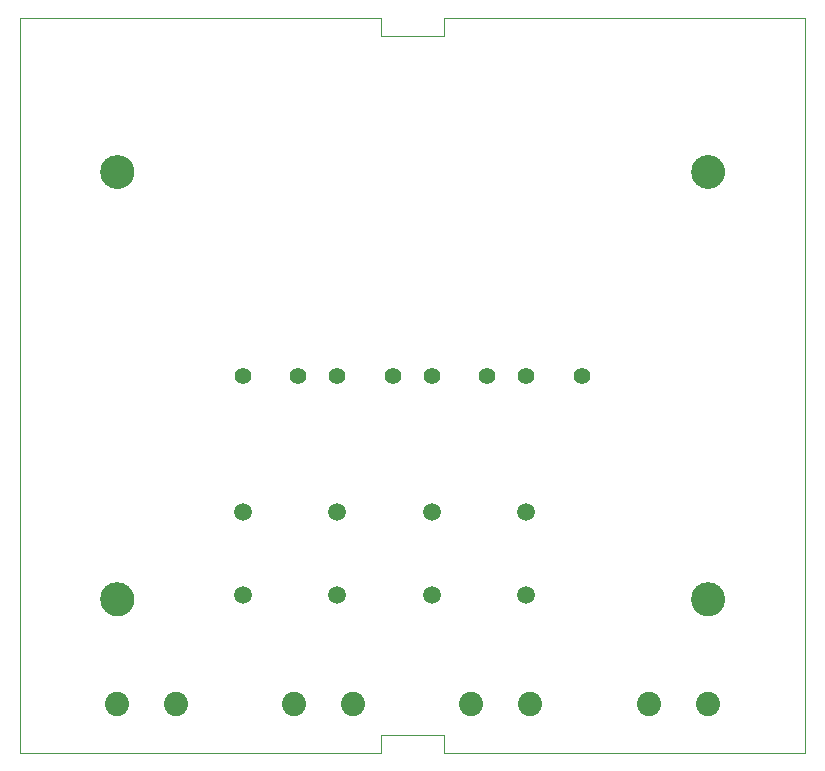
<source format=gts>
G75*
%MOIN*%
%OFA0B0*%
%FSLAX25Y25*%
%IPPOS*%
%LPD*%
%AMOC8*
5,1,8,0,0,1.08239X$1,22.5*
%
%ADD10C,0.00000*%
%ADD11C,0.11227*%
%ADD12C,0.05600*%
%ADD13C,0.05900*%
%ADD14C,0.05943*%
%ADD15C,0.08077*%
D10*
X0001000Y0010394D02*
X0001000Y0255276D01*
X0121472Y0255276D01*
X0121472Y0249370D01*
X0142339Y0249370D01*
X0142339Y0255276D01*
X0262811Y0255276D01*
X0262811Y0010394D01*
X0142339Y0010394D01*
X0142339Y0016299D01*
X0121472Y0016299D01*
X0121472Y0010394D01*
X0001000Y0010394D01*
X0028067Y0061575D02*
X0028069Y0061722D01*
X0028075Y0061868D01*
X0028085Y0062014D01*
X0028099Y0062160D01*
X0028117Y0062306D01*
X0028138Y0062451D01*
X0028164Y0062595D01*
X0028194Y0062739D01*
X0028227Y0062881D01*
X0028264Y0063023D01*
X0028305Y0063164D01*
X0028350Y0063303D01*
X0028399Y0063442D01*
X0028451Y0063579D01*
X0028508Y0063714D01*
X0028567Y0063848D01*
X0028631Y0063980D01*
X0028698Y0064110D01*
X0028768Y0064239D01*
X0028842Y0064366D01*
X0028919Y0064490D01*
X0029000Y0064613D01*
X0029084Y0064733D01*
X0029171Y0064851D01*
X0029261Y0064966D01*
X0029354Y0065079D01*
X0029451Y0065190D01*
X0029550Y0065298D01*
X0029652Y0065403D01*
X0029757Y0065505D01*
X0029865Y0065604D01*
X0029976Y0065701D01*
X0030089Y0065794D01*
X0030204Y0065884D01*
X0030322Y0065971D01*
X0030442Y0066055D01*
X0030565Y0066136D01*
X0030689Y0066213D01*
X0030816Y0066287D01*
X0030945Y0066357D01*
X0031075Y0066424D01*
X0031207Y0066488D01*
X0031341Y0066547D01*
X0031476Y0066604D01*
X0031613Y0066656D01*
X0031752Y0066705D01*
X0031891Y0066750D01*
X0032032Y0066791D01*
X0032174Y0066828D01*
X0032316Y0066861D01*
X0032460Y0066891D01*
X0032604Y0066917D01*
X0032749Y0066938D01*
X0032895Y0066956D01*
X0033041Y0066970D01*
X0033187Y0066980D01*
X0033333Y0066986D01*
X0033480Y0066988D01*
X0033627Y0066986D01*
X0033773Y0066980D01*
X0033919Y0066970D01*
X0034065Y0066956D01*
X0034211Y0066938D01*
X0034356Y0066917D01*
X0034500Y0066891D01*
X0034644Y0066861D01*
X0034786Y0066828D01*
X0034928Y0066791D01*
X0035069Y0066750D01*
X0035208Y0066705D01*
X0035347Y0066656D01*
X0035484Y0066604D01*
X0035619Y0066547D01*
X0035753Y0066488D01*
X0035885Y0066424D01*
X0036015Y0066357D01*
X0036144Y0066287D01*
X0036271Y0066213D01*
X0036395Y0066136D01*
X0036518Y0066055D01*
X0036638Y0065971D01*
X0036756Y0065884D01*
X0036871Y0065794D01*
X0036984Y0065701D01*
X0037095Y0065604D01*
X0037203Y0065505D01*
X0037308Y0065403D01*
X0037410Y0065298D01*
X0037509Y0065190D01*
X0037606Y0065079D01*
X0037699Y0064966D01*
X0037789Y0064851D01*
X0037876Y0064733D01*
X0037960Y0064613D01*
X0038041Y0064490D01*
X0038118Y0064366D01*
X0038192Y0064239D01*
X0038262Y0064110D01*
X0038329Y0063980D01*
X0038393Y0063848D01*
X0038452Y0063714D01*
X0038509Y0063579D01*
X0038561Y0063442D01*
X0038610Y0063303D01*
X0038655Y0063164D01*
X0038696Y0063023D01*
X0038733Y0062881D01*
X0038766Y0062739D01*
X0038796Y0062595D01*
X0038822Y0062451D01*
X0038843Y0062306D01*
X0038861Y0062160D01*
X0038875Y0062014D01*
X0038885Y0061868D01*
X0038891Y0061722D01*
X0038893Y0061575D01*
X0038891Y0061428D01*
X0038885Y0061282D01*
X0038875Y0061136D01*
X0038861Y0060990D01*
X0038843Y0060844D01*
X0038822Y0060699D01*
X0038796Y0060555D01*
X0038766Y0060411D01*
X0038733Y0060269D01*
X0038696Y0060127D01*
X0038655Y0059986D01*
X0038610Y0059847D01*
X0038561Y0059708D01*
X0038509Y0059571D01*
X0038452Y0059436D01*
X0038393Y0059302D01*
X0038329Y0059170D01*
X0038262Y0059040D01*
X0038192Y0058911D01*
X0038118Y0058784D01*
X0038041Y0058660D01*
X0037960Y0058537D01*
X0037876Y0058417D01*
X0037789Y0058299D01*
X0037699Y0058184D01*
X0037606Y0058071D01*
X0037509Y0057960D01*
X0037410Y0057852D01*
X0037308Y0057747D01*
X0037203Y0057645D01*
X0037095Y0057546D01*
X0036984Y0057449D01*
X0036871Y0057356D01*
X0036756Y0057266D01*
X0036638Y0057179D01*
X0036518Y0057095D01*
X0036395Y0057014D01*
X0036271Y0056937D01*
X0036144Y0056863D01*
X0036015Y0056793D01*
X0035885Y0056726D01*
X0035753Y0056662D01*
X0035619Y0056603D01*
X0035484Y0056546D01*
X0035347Y0056494D01*
X0035208Y0056445D01*
X0035069Y0056400D01*
X0034928Y0056359D01*
X0034786Y0056322D01*
X0034644Y0056289D01*
X0034500Y0056259D01*
X0034356Y0056233D01*
X0034211Y0056212D01*
X0034065Y0056194D01*
X0033919Y0056180D01*
X0033773Y0056170D01*
X0033627Y0056164D01*
X0033480Y0056162D01*
X0033333Y0056164D01*
X0033187Y0056170D01*
X0033041Y0056180D01*
X0032895Y0056194D01*
X0032749Y0056212D01*
X0032604Y0056233D01*
X0032460Y0056259D01*
X0032316Y0056289D01*
X0032174Y0056322D01*
X0032032Y0056359D01*
X0031891Y0056400D01*
X0031752Y0056445D01*
X0031613Y0056494D01*
X0031476Y0056546D01*
X0031341Y0056603D01*
X0031207Y0056662D01*
X0031075Y0056726D01*
X0030945Y0056793D01*
X0030816Y0056863D01*
X0030689Y0056937D01*
X0030565Y0057014D01*
X0030442Y0057095D01*
X0030322Y0057179D01*
X0030204Y0057266D01*
X0030089Y0057356D01*
X0029976Y0057449D01*
X0029865Y0057546D01*
X0029757Y0057645D01*
X0029652Y0057747D01*
X0029550Y0057852D01*
X0029451Y0057960D01*
X0029354Y0058071D01*
X0029261Y0058184D01*
X0029171Y0058299D01*
X0029084Y0058417D01*
X0029000Y0058537D01*
X0028919Y0058660D01*
X0028842Y0058784D01*
X0028768Y0058911D01*
X0028698Y0059040D01*
X0028631Y0059170D01*
X0028567Y0059302D01*
X0028508Y0059436D01*
X0028451Y0059571D01*
X0028399Y0059708D01*
X0028350Y0059847D01*
X0028305Y0059986D01*
X0028264Y0060127D01*
X0028227Y0060269D01*
X0028194Y0060411D01*
X0028164Y0060555D01*
X0028138Y0060699D01*
X0028117Y0060844D01*
X0028099Y0060990D01*
X0028085Y0061136D01*
X0028075Y0061282D01*
X0028069Y0061428D01*
X0028067Y0061575D01*
X0028067Y0204094D02*
X0028069Y0204241D01*
X0028075Y0204387D01*
X0028085Y0204533D01*
X0028099Y0204679D01*
X0028117Y0204825D01*
X0028138Y0204970D01*
X0028164Y0205114D01*
X0028194Y0205258D01*
X0028227Y0205400D01*
X0028264Y0205542D01*
X0028305Y0205683D01*
X0028350Y0205822D01*
X0028399Y0205961D01*
X0028451Y0206098D01*
X0028508Y0206233D01*
X0028567Y0206367D01*
X0028631Y0206499D01*
X0028698Y0206629D01*
X0028768Y0206758D01*
X0028842Y0206885D01*
X0028919Y0207009D01*
X0029000Y0207132D01*
X0029084Y0207252D01*
X0029171Y0207370D01*
X0029261Y0207485D01*
X0029354Y0207598D01*
X0029451Y0207709D01*
X0029550Y0207817D01*
X0029652Y0207922D01*
X0029757Y0208024D01*
X0029865Y0208123D01*
X0029976Y0208220D01*
X0030089Y0208313D01*
X0030204Y0208403D01*
X0030322Y0208490D01*
X0030442Y0208574D01*
X0030565Y0208655D01*
X0030689Y0208732D01*
X0030816Y0208806D01*
X0030945Y0208876D01*
X0031075Y0208943D01*
X0031207Y0209007D01*
X0031341Y0209066D01*
X0031476Y0209123D01*
X0031613Y0209175D01*
X0031752Y0209224D01*
X0031891Y0209269D01*
X0032032Y0209310D01*
X0032174Y0209347D01*
X0032316Y0209380D01*
X0032460Y0209410D01*
X0032604Y0209436D01*
X0032749Y0209457D01*
X0032895Y0209475D01*
X0033041Y0209489D01*
X0033187Y0209499D01*
X0033333Y0209505D01*
X0033480Y0209507D01*
X0033627Y0209505D01*
X0033773Y0209499D01*
X0033919Y0209489D01*
X0034065Y0209475D01*
X0034211Y0209457D01*
X0034356Y0209436D01*
X0034500Y0209410D01*
X0034644Y0209380D01*
X0034786Y0209347D01*
X0034928Y0209310D01*
X0035069Y0209269D01*
X0035208Y0209224D01*
X0035347Y0209175D01*
X0035484Y0209123D01*
X0035619Y0209066D01*
X0035753Y0209007D01*
X0035885Y0208943D01*
X0036015Y0208876D01*
X0036144Y0208806D01*
X0036271Y0208732D01*
X0036395Y0208655D01*
X0036518Y0208574D01*
X0036638Y0208490D01*
X0036756Y0208403D01*
X0036871Y0208313D01*
X0036984Y0208220D01*
X0037095Y0208123D01*
X0037203Y0208024D01*
X0037308Y0207922D01*
X0037410Y0207817D01*
X0037509Y0207709D01*
X0037606Y0207598D01*
X0037699Y0207485D01*
X0037789Y0207370D01*
X0037876Y0207252D01*
X0037960Y0207132D01*
X0038041Y0207009D01*
X0038118Y0206885D01*
X0038192Y0206758D01*
X0038262Y0206629D01*
X0038329Y0206499D01*
X0038393Y0206367D01*
X0038452Y0206233D01*
X0038509Y0206098D01*
X0038561Y0205961D01*
X0038610Y0205822D01*
X0038655Y0205683D01*
X0038696Y0205542D01*
X0038733Y0205400D01*
X0038766Y0205258D01*
X0038796Y0205114D01*
X0038822Y0204970D01*
X0038843Y0204825D01*
X0038861Y0204679D01*
X0038875Y0204533D01*
X0038885Y0204387D01*
X0038891Y0204241D01*
X0038893Y0204094D01*
X0038891Y0203947D01*
X0038885Y0203801D01*
X0038875Y0203655D01*
X0038861Y0203509D01*
X0038843Y0203363D01*
X0038822Y0203218D01*
X0038796Y0203074D01*
X0038766Y0202930D01*
X0038733Y0202788D01*
X0038696Y0202646D01*
X0038655Y0202505D01*
X0038610Y0202366D01*
X0038561Y0202227D01*
X0038509Y0202090D01*
X0038452Y0201955D01*
X0038393Y0201821D01*
X0038329Y0201689D01*
X0038262Y0201559D01*
X0038192Y0201430D01*
X0038118Y0201303D01*
X0038041Y0201179D01*
X0037960Y0201056D01*
X0037876Y0200936D01*
X0037789Y0200818D01*
X0037699Y0200703D01*
X0037606Y0200590D01*
X0037509Y0200479D01*
X0037410Y0200371D01*
X0037308Y0200266D01*
X0037203Y0200164D01*
X0037095Y0200065D01*
X0036984Y0199968D01*
X0036871Y0199875D01*
X0036756Y0199785D01*
X0036638Y0199698D01*
X0036518Y0199614D01*
X0036395Y0199533D01*
X0036271Y0199456D01*
X0036144Y0199382D01*
X0036015Y0199312D01*
X0035885Y0199245D01*
X0035753Y0199181D01*
X0035619Y0199122D01*
X0035484Y0199065D01*
X0035347Y0199013D01*
X0035208Y0198964D01*
X0035069Y0198919D01*
X0034928Y0198878D01*
X0034786Y0198841D01*
X0034644Y0198808D01*
X0034500Y0198778D01*
X0034356Y0198752D01*
X0034211Y0198731D01*
X0034065Y0198713D01*
X0033919Y0198699D01*
X0033773Y0198689D01*
X0033627Y0198683D01*
X0033480Y0198681D01*
X0033333Y0198683D01*
X0033187Y0198689D01*
X0033041Y0198699D01*
X0032895Y0198713D01*
X0032749Y0198731D01*
X0032604Y0198752D01*
X0032460Y0198778D01*
X0032316Y0198808D01*
X0032174Y0198841D01*
X0032032Y0198878D01*
X0031891Y0198919D01*
X0031752Y0198964D01*
X0031613Y0199013D01*
X0031476Y0199065D01*
X0031341Y0199122D01*
X0031207Y0199181D01*
X0031075Y0199245D01*
X0030945Y0199312D01*
X0030816Y0199382D01*
X0030689Y0199456D01*
X0030565Y0199533D01*
X0030442Y0199614D01*
X0030322Y0199698D01*
X0030204Y0199785D01*
X0030089Y0199875D01*
X0029976Y0199968D01*
X0029865Y0200065D01*
X0029757Y0200164D01*
X0029652Y0200266D01*
X0029550Y0200371D01*
X0029451Y0200479D01*
X0029354Y0200590D01*
X0029261Y0200703D01*
X0029171Y0200818D01*
X0029084Y0200936D01*
X0029000Y0201056D01*
X0028919Y0201179D01*
X0028842Y0201303D01*
X0028768Y0201430D01*
X0028698Y0201559D01*
X0028631Y0201689D01*
X0028567Y0201821D01*
X0028508Y0201955D01*
X0028451Y0202090D01*
X0028399Y0202227D01*
X0028350Y0202366D01*
X0028305Y0202505D01*
X0028264Y0202646D01*
X0028227Y0202788D01*
X0028194Y0202930D01*
X0028164Y0203074D01*
X0028138Y0203218D01*
X0028117Y0203363D01*
X0028099Y0203509D01*
X0028085Y0203655D01*
X0028075Y0203801D01*
X0028069Y0203947D01*
X0028067Y0204094D01*
X0224918Y0204094D02*
X0224920Y0204241D01*
X0224926Y0204387D01*
X0224936Y0204533D01*
X0224950Y0204679D01*
X0224968Y0204825D01*
X0224989Y0204970D01*
X0225015Y0205114D01*
X0225045Y0205258D01*
X0225078Y0205400D01*
X0225115Y0205542D01*
X0225156Y0205683D01*
X0225201Y0205822D01*
X0225250Y0205961D01*
X0225302Y0206098D01*
X0225359Y0206233D01*
X0225418Y0206367D01*
X0225482Y0206499D01*
X0225549Y0206629D01*
X0225619Y0206758D01*
X0225693Y0206885D01*
X0225770Y0207009D01*
X0225851Y0207132D01*
X0225935Y0207252D01*
X0226022Y0207370D01*
X0226112Y0207485D01*
X0226205Y0207598D01*
X0226302Y0207709D01*
X0226401Y0207817D01*
X0226503Y0207922D01*
X0226608Y0208024D01*
X0226716Y0208123D01*
X0226827Y0208220D01*
X0226940Y0208313D01*
X0227055Y0208403D01*
X0227173Y0208490D01*
X0227293Y0208574D01*
X0227416Y0208655D01*
X0227540Y0208732D01*
X0227667Y0208806D01*
X0227796Y0208876D01*
X0227926Y0208943D01*
X0228058Y0209007D01*
X0228192Y0209066D01*
X0228327Y0209123D01*
X0228464Y0209175D01*
X0228603Y0209224D01*
X0228742Y0209269D01*
X0228883Y0209310D01*
X0229025Y0209347D01*
X0229167Y0209380D01*
X0229311Y0209410D01*
X0229455Y0209436D01*
X0229600Y0209457D01*
X0229746Y0209475D01*
X0229892Y0209489D01*
X0230038Y0209499D01*
X0230184Y0209505D01*
X0230331Y0209507D01*
X0230478Y0209505D01*
X0230624Y0209499D01*
X0230770Y0209489D01*
X0230916Y0209475D01*
X0231062Y0209457D01*
X0231207Y0209436D01*
X0231351Y0209410D01*
X0231495Y0209380D01*
X0231637Y0209347D01*
X0231779Y0209310D01*
X0231920Y0209269D01*
X0232059Y0209224D01*
X0232198Y0209175D01*
X0232335Y0209123D01*
X0232470Y0209066D01*
X0232604Y0209007D01*
X0232736Y0208943D01*
X0232866Y0208876D01*
X0232995Y0208806D01*
X0233122Y0208732D01*
X0233246Y0208655D01*
X0233369Y0208574D01*
X0233489Y0208490D01*
X0233607Y0208403D01*
X0233722Y0208313D01*
X0233835Y0208220D01*
X0233946Y0208123D01*
X0234054Y0208024D01*
X0234159Y0207922D01*
X0234261Y0207817D01*
X0234360Y0207709D01*
X0234457Y0207598D01*
X0234550Y0207485D01*
X0234640Y0207370D01*
X0234727Y0207252D01*
X0234811Y0207132D01*
X0234892Y0207009D01*
X0234969Y0206885D01*
X0235043Y0206758D01*
X0235113Y0206629D01*
X0235180Y0206499D01*
X0235244Y0206367D01*
X0235303Y0206233D01*
X0235360Y0206098D01*
X0235412Y0205961D01*
X0235461Y0205822D01*
X0235506Y0205683D01*
X0235547Y0205542D01*
X0235584Y0205400D01*
X0235617Y0205258D01*
X0235647Y0205114D01*
X0235673Y0204970D01*
X0235694Y0204825D01*
X0235712Y0204679D01*
X0235726Y0204533D01*
X0235736Y0204387D01*
X0235742Y0204241D01*
X0235744Y0204094D01*
X0235742Y0203947D01*
X0235736Y0203801D01*
X0235726Y0203655D01*
X0235712Y0203509D01*
X0235694Y0203363D01*
X0235673Y0203218D01*
X0235647Y0203074D01*
X0235617Y0202930D01*
X0235584Y0202788D01*
X0235547Y0202646D01*
X0235506Y0202505D01*
X0235461Y0202366D01*
X0235412Y0202227D01*
X0235360Y0202090D01*
X0235303Y0201955D01*
X0235244Y0201821D01*
X0235180Y0201689D01*
X0235113Y0201559D01*
X0235043Y0201430D01*
X0234969Y0201303D01*
X0234892Y0201179D01*
X0234811Y0201056D01*
X0234727Y0200936D01*
X0234640Y0200818D01*
X0234550Y0200703D01*
X0234457Y0200590D01*
X0234360Y0200479D01*
X0234261Y0200371D01*
X0234159Y0200266D01*
X0234054Y0200164D01*
X0233946Y0200065D01*
X0233835Y0199968D01*
X0233722Y0199875D01*
X0233607Y0199785D01*
X0233489Y0199698D01*
X0233369Y0199614D01*
X0233246Y0199533D01*
X0233122Y0199456D01*
X0232995Y0199382D01*
X0232866Y0199312D01*
X0232736Y0199245D01*
X0232604Y0199181D01*
X0232470Y0199122D01*
X0232335Y0199065D01*
X0232198Y0199013D01*
X0232059Y0198964D01*
X0231920Y0198919D01*
X0231779Y0198878D01*
X0231637Y0198841D01*
X0231495Y0198808D01*
X0231351Y0198778D01*
X0231207Y0198752D01*
X0231062Y0198731D01*
X0230916Y0198713D01*
X0230770Y0198699D01*
X0230624Y0198689D01*
X0230478Y0198683D01*
X0230331Y0198681D01*
X0230184Y0198683D01*
X0230038Y0198689D01*
X0229892Y0198699D01*
X0229746Y0198713D01*
X0229600Y0198731D01*
X0229455Y0198752D01*
X0229311Y0198778D01*
X0229167Y0198808D01*
X0229025Y0198841D01*
X0228883Y0198878D01*
X0228742Y0198919D01*
X0228603Y0198964D01*
X0228464Y0199013D01*
X0228327Y0199065D01*
X0228192Y0199122D01*
X0228058Y0199181D01*
X0227926Y0199245D01*
X0227796Y0199312D01*
X0227667Y0199382D01*
X0227540Y0199456D01*
X0227416Y0199533D01*
X0227293Y0199614D01*
X0227173Y0199698D01*
X0227055Y0199785D01*
X0226940Y0199875D01*
X0226827Y0199968D01*
X0226716Y0200065D01*
X0226608Y0200164D01*
X0226503Y0200266D01*
X0226401Y0200371D01*
X0226302Y0200479D01*
X0226205Y0200590D01*
X0226112Y0200703D01*
X0226022Y0200818D01*
X0225935Y0200936D01*
X0225851Y0201056D01*
X0225770Y0201179D01*
X0225693Y0201303D01*
X0225619Y0201430D01*
X0225549Y0201559D01*
X0225482Y0201689D01*
X0225418Y0201821D01*
X0225359Y0201955D01*
X0225302Y0202090D01*
X0225250Y0202227D01*
X0225201Y0202366D01*
X0225156Y0202505D01*
X0225115Y0202646D01*
X0225078Y0202788D01*
X0225045Y0202930D01*
X0225015Y0203074D01*
X0224989Y0203218D01*
X0224968Y0203363D01*
X0224950Y0203509D01*
X0224936Y0203655D01*
X0224926Y0203801D01*
X0224920Y0203947D01*
X0224918Y0204094D01*
X0224918Y0061575D02*
X0224920Y0061722D01*
X0224926Y0061868D01*
X0224936Y0062014D01*
X0224950Y0062160D01*
X0224968Y0062306D01*
X0224989Y0062451D01*
X0225015Y0062595D01*
X0225045Y0062739D01*
X0225078Y0062881D01*
X0225115Y0063023D01*
X0225156Y0063164D01*
X0225201Y0063303D01*
X0225250Y0063442D01*
X0225302Y0063579D01*
X0225359Y0063714D01*
X0225418Y0063848D01*
X0225482Y0063980D01*
X0225549Y0064110D01*
X0225619Y0064239D01*
X0225693Y0064366D01*
X0225770Y0064490D01*
X0225851Y0064613D01*
X0225935Y0064733D01*
X0226022Y0064851D01*
X0226112Y0064966D01*
X0226205Y0065079D01*
X0226302Y0065190D01*
X0226401Y0065298D01*
X0226503Y0065403D01*
X0226608Y0065505D01*
X0226716Y0065604D01*
X0226827Y0065701D01*
X0226940Y0065794D01*
X0227055Y0065884D01*
X0227173Y0065971D01*
X0227293Y0066055D01*
X0227416Y0066136D01*
X0227540Y0066213D01*
X0227667Y0066287D01*
X0227796Y0066357D01*
X0227926Y0066424D01*
X0228058Y0066488D01*
X0228192Y0066547D01*
X0228327Y0066604D01*
X0228464Y0066656D01*
X0228603Y0066705D01*
X0228742Y0066750D01*
X0228883Y0066791D01*
X0229025Y0066828D01*
X0229167Y0066861D01*
X0229311Y0066891D01*
X0229455Y0066917D01*
X0229600Y0066938D01*
X0229746Y0066956D01*
X0229892Y0066970D01*
X0230038Y0066980D01*
X0230184Y0066986D01*
X0230331Y0066988D01*
X0230478Y0066986D01*
X0230624Y0066980D01*
X0230770Y0066970D01*
X0230916Y0066956D01*
X0231062Y0066938D01*
X0231207Y0066917D01*
X0231351Y0066891D01*
X0231495Y0066861D01*
X0231637Y0066828D01*
X0231779Y0066791D01*
X0231920Y0066750D01*
X0232059Y0066705D01*
X0232198Y0066656D01*
X0232335Y0066604D01*
X0232470Y0066547D01*
X0232604Y0066488D01*
X0232736Y0066424D01*
X0232866Y0066357D01*
X0232995Y0066287D01*
X0233122Y0066213D01*
X0233246Y0066136D01*
X0233369Y0066055D01*
X0233489Y0065971D01*
X0233607Y0065884D01*
X0233722Y0065794D01*
X0233835Y0065701D01*
X0233946Y0065604D01*
X0234054Y0065505D01*
X0234159Y0065403D01*
X0234261Y0065298D01*
X0234360Y0065190D01*
X0234457Y0065079D01*
X0234550Y0064966D01*
X0234640Y0064851D01*
X0234727Y0064733D01*
X0234811Y0064613D01*
X0234892Y0064490D01*
X0234969Y0064366D01*
X0235043Y0064239D01*
X0235113Y0064110D01*
X0235180Y0063980D01*
X0235244Y0063848D01*
X0235303Y0063714D01*
X0235360Y0063579D01*
X0235412Y0063442D01*
X0235461Y0063303D01*
X0235506Y0063164D01*
X0235547Y0063023D01*
X0235584Y0062881D01*
X0235617Y0062739D01*
X0235647Y0062595D01*
X0235673Y0062451D01*
X0235694Y0062306D01*
X0235712Y0062160D01*
X0235726Y0062014D01*
X0235736Y0061868D01*
X0235742Y0061722D01*
X0235744Y0061575D01*
X0235742Y0061428D01*
X0235736Y0061282D01*
X0235726Y0061136D01*
X0235712Y0060990D01*
X0235694Y0060844D01*
X0235673Y0060699D01*
X0235647Y0060555D01*
X0235617Y0060411D01*
X0235584Y0060269D01*
X0235547Y0060127D01*
X0235506Y0059986D01*
X0235461Y0059847D01*
X0235412Y0059708D01*
X0235360Y0059571D01*
X0235303Y0059436D01*
X0235244Y0059302D01*
X0235180Y0059170D01*
X0235113Y0059040D01*
X0235043Y0058911D01*
X0234969Y0058784D01*
X0234892Y0058660D01*
X0234811Y0058537D01*
X0234727Y0058417D01*
X0234640Y0058299D01*
X0234550Y0058184D01*
X0234457Y0058071D01*
X0234360Y0057960D01*
X0234261Y0057852D01*
X0234159Y0057747D01*
X0234054Y0057645D01*
X0233946Y0057546D01*
X0233835Y0057449D01*
X0233722Y0057356D01*
X0233607Y0057266D01*
X0233489Y0057179D01*
X0233369Y0057095D01*
X0233246Y0057014D01*
X0233122Y0056937D01*
X0232995Y0056863D01*
X0232866Y0056793D01*
X0232736Y0056726D01*
X0232604Y0056662D01*
X0232470Y0056603D01*
X0232335Y0056546D01*
X0232198Y0056494D01*
X0232059Y0056445D01*
X0231920Y0056400D01*
X0231779Y0056359D01*
X0231637Y0056322D01*
X0231495Y0056289D01*
X0231351Y0056259D01*
X0231207Y0056233D01*
X0231062Y0056212D01*
X0230916Y0056194D01*
X0230770Y0056180D01*
X0230624Y0056170D01*
X0230478Y0056164D01*
X0230331Y0056162D01*
X0230184Y0056164D01*
X0230038Y0056170D01*
X0229892Y0056180D01*
X0229746Y0056194D01*
X0229600Y0056212D01*
X0229455Y0056233D01*
X0229311Y0056259D01*
X0229167Y0056289D01*
X0229025Y0056322D01*
X0228883Y0056359D01*
X0228742Y0056400D01*
X0228603Y0056445D01*
X0228464Y0056494D01*
X0228327Y0056546D01*
X0228192Y0056603D01*
X0228058Y0056662D01*
X0227926Y0056726D01*
X0227796Y0056793D01*
X0227667Y0056863D01*
X0227540Y0056937D01*
X0227416Y0057014D01*
X0227293Y0057095D01*
X0227173Y0057179D01*
X0227055Y0057266D01*
X0226940Y0057356D01*
X0226827Y0057449D01*
X0226716Y0057546D01*
X0226608Y0057645D01*
X0226503Y0057747D01*
X0226401Y0057852D01*
X0226302Y0057960D01*
X0226205Y0058071D01*
X0226112Y0058184D01*
X0226022Y0058299D01*
X0225935Y0058417D01*
X0225851Y0058537D01*
X0225770Y0058660D01*
X0225693Y0058784D01*
X0225619Y0058911D01*
X0225549Y0059040D01*
X0225482Y0059170D01*
X0225418Y0059302D01*
X0225359Y0059436D01*
X0225302Y0059571D01*
X0225250Y0059708D01*
X0225201Y0059847D01*
X0225156Y0059986D01*
X0225115Y0060127D01*
X0225078Y0060269D01*
X0225045Y0060411D01*
X0225015Y0060555D01*
X0224989Y0060699D01*
X0224968Y0060844D01*
X0224950Y0060990D01*
X0224936Y0061136D01*
X0224926Y0061282D01*
X0224920Y0061428D01*
X0224918Y0061575D01*
D11*
X0230331Y0061575D03*
X0230331Y0204094D03*
X0033480Y0204094D03*
X0033480Y0061575D03*
D12*
X0075409Y0135787D03*
X0093913Y0135787D03*
X0106906Y0135787D03*
X0125409Y0135787D03*
X0138402Y0135787D03*
X0156906Y0135787D03*
X0169898Y0135787D03*
X0188402Y0135787D03*
D13*
X0169898Y0090512D03*
X0138402Y0090512D03*
X0106906Y0090512D03*
X0075409Y0090512D03*
D14*
X0075409Y0062953D03*
X0106906Y0062953D03*
X0138402Y0062953D03*
X0169898Y0062953D03*
D15*
X0171276Y0026732D03*
X0151591Y0026732D03*
X0112220Y0026732D03*
X0092535Y0026732D03*
X0053165Y0026732D03*
X0033480Y0026732D03*
X0210646Y0026732D03*
X0230331Y0026732D03*
M02*

</source>
